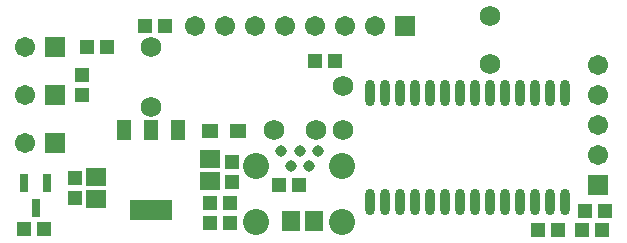
<source format=gbs>
%FSDAX23Y23*%
%MOIN*%
%SFA1B1*%

%IPPOS*%
%ADD33C,0.068000*%
%ADD34R,0.067100X0.067100*%
%ADD35C,0.067100*%
%ADD36C,0.038400*%
%ADD37C,0.086700*%
%ADD38R,0.067100X0.067100*%
%ADD39R,0.051300X0.047400*%
%ADD40O,0.031600X0.088700*%
%ADD41R,0.031600X0.059200*%
%ADD42R,0.051300X0.069000*%
%ADD43R,0.051300X0.069000*%
%ADD44R,0.143800X0.069000*%
%ADD45R,0.067100X0.059200*%
%ADD46R,0.047400X0.051300*%
%ADD47R,0.059200X0.067100*%
%ADD48R,0.053300X0.047400*%
%LNde-080717-1*%
%LPD*%
G54D33*
X03830Y02835D03*
Y02635D03*
X04960Y02940D03*
Y02780D03*
X04470Y02705D03*
X04240Y02560D03*
X04470D03*
X04380D03*
G54D34*
X03510Y02515D03*
Y02675D03*
Y02835D03*
X04675Y02905D03*
G54D35*
X03410Y02515D03*
Y02675D03*
Y02835D03*
X05320Y02775D03*
Y02675D03*
Y02575D03*
Y02475D03*
X04575Y02905D03*
X04475D03*
X04375D03*
X04275D03*
X04175D03*
X04075D03*
X03975D03*
G54D36*
X04355Y02440D03*
X04295D03*
X04388Y02487D03*
X04325D03*
X04262D03*
G54D37*
X04468Y02253D03*
X04181D03*
X04468Y02440D03*
X04181D03*
G54D38*
X05320Y02375D03*
G54D39*
X05121Y02225D03*
X05188D03*
X03811Y02905D03*
X03878D03*
X03616Y02835D03*
X03683D03*
X03406Y02230D03*
X03473D03*
X04026Y02250D03*
X04093D03*
Y02315D03*
X04026D03*
X04323Y02375D03*
X04256D03*
X04443Y02790D03*
X04376D03*
X05343Y02290D03*
X05276D03*
X05333Y02225D03*
X05266D03*
G54D40*
X04560Y02681D03*
X04610D03*
X04660D03*
X04710D03*
X04760D03*
X04810D03*
X04860D03*
X04910D03*
X04960D03*
X05010D03*
X05060D03*
X05110D03*
X05160D03*
X05210D03*
X04560Y02318D03*
X04610D03*
X04660D03*
X04710D03*
X04760D03*
X04810D03*
X04860D03*
X04910D03*
X04960D03*
X05010D03*
X05060D03*
X05110D03*
X05160D03*
X05210D03*
G54D41*
X03407Y02381D03*
X03482D03*
X03445Y02298D03*
G54D42*
X03739Y02557D03*
G54D43*
X03830Y02557D03*
X03920D03*
G54D44*
X03830Y02292D03*
G54D45*
X04025Y02387D03*
Y02462D03*
X03645Y02327D03*
Y02402D03*
G54D46*
X03600Y02676D03*
Y02743D03*
X03575Y02331D03*
Y02398D03*
X04100Y02386D03*
Y02453D03*
G54D47*
X04372Y02255D03*
X04297D03*
G54D48*
X04121Y02555D03*
X04028D03*
M02*
</source>
